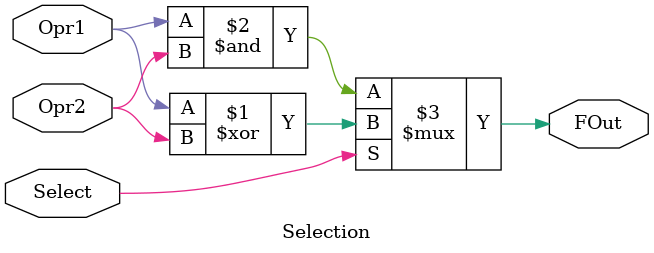
<source format=v>
module Selection(Opr1,Opr2,Select,FOut);
input Opr1,Opr2,Select;
output FOut;

assign FOut=(Select) ? (Opr1 ^ Opr2) : (Opr1 & Opr2);

endmodule


</source>
